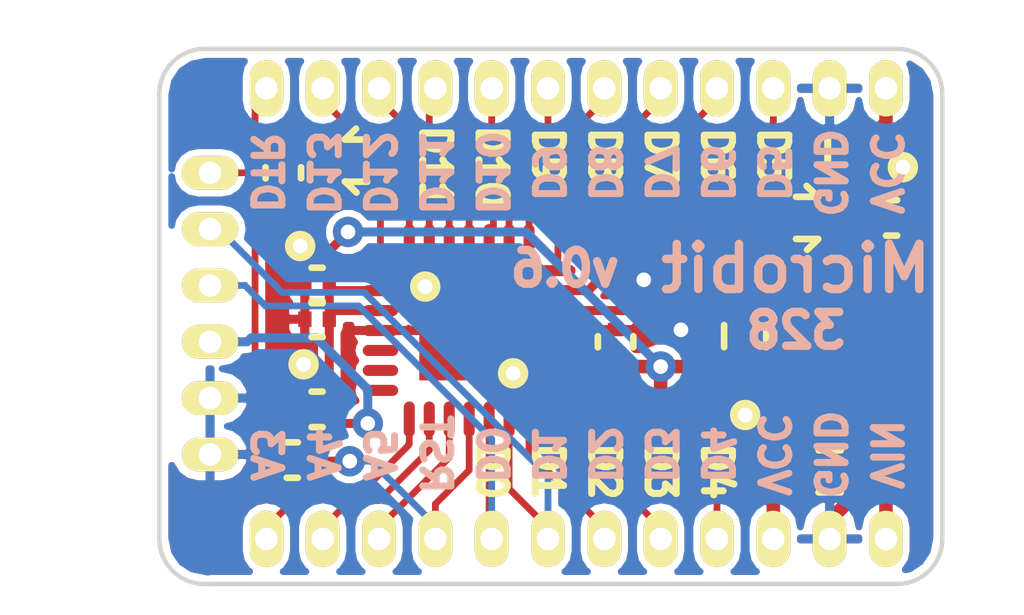
<source format=kicad_pcb>
(kicad_pcb (version 20241229) (generator "pcbnew") (generator_version "9.0")
  (layers (0 "F.Cu" signal) (2 "B.Cu" signal) (13 "F.Paste" user) (15 "B.Paste" user) (5 "F.SilkS" user) (7 "B.SilkS" user) (1 "F.Mask" user) (3 "B.Mask" user) (25 "Edge.Cuts" user))
  (net 0 "")
  (net 1 "+5V")
  (net 2 "GND")
  (net 3 "Net-(C4-Pad1)")
  (net 4 "Net-(C6-Pad1)")
  (net 5 "Net-(C6-Pad2)")
  (net 6 "Net-(D1-Pad2)")
  (net 7 "Net-(J1-Pad3)")
  (net 8 "Net-(J1-Pad4)")
  (net 9 "Net-(J1-Pad5)")
  (net 10 "Net-(J1-Pad6)")
  (net 11 "Net-(J1-Pad7)")
  (net 12 "Net-(J1-Pad8)")
  (net 13 "Net-(J1-Pad9)")
  (net 14 "Net-(J1-Pad10)")
  (net 15 "Net-(J2-Pad1)")
  (net 16 "Net-(J2-Pad2)")
  (net 17 "Net-(J2-Pad3)")
  (net 18 "Net-(J2-Pad5)")
  (net 19 "Net-(J2-Pad6)")
  (net 20 "Net-(J2-Pad7)")
  (net 21 "Net-(J2-Pad8)")
  (net 22 "Net-(J2-Pad9)")
  (net 23 "Net-(Q1-Pad1)")
  (net 24 "Net-(Q1-Pad3)")
  (net 25 "Net-(U1-Pad19)")
  (net 26 "Net-(U1-Pad20)")
  (net 27 "Net-(U1-Pad21)")
  (net 28 "Net-(U2-Pad4)")
  (net 29 "Net-(D2-Pad1)")
  (net 30 "Net-(D2-Pad2)")
  (footprint "custom:Header_50mil_12" (layer "F.Cu") (at 112.776 117.475)
    (property "Reference" "J1" (hide yes))
    (property "Value" "MB_Header_12_A" (hide yes))
    (pad "1" thru_hole oval (at -6.985 0) (size 0.762 1.27) (drill 0.508) (layers "*.Cu" "*.Mask" "F.SilkS") (net 5 "Net-(C6-Pad2)"))
    (pad "2" thru_hole oval (at -5.715 0) (size 0.762 1.27) (drill 0.508) (layers "*.Cu" "*.Mask" "F.SilkS") (net 29 "Net-(D2-Pad1)"))
    (pad "3" thru_hole oval (at -4.445 0) (size 0.762 1.27) (drill 0.508) (layers "*.Cu" "*.Mask" "F.SilkS") (net 7 "Net-(J1-Pad3)"))
    (pad "4" thru_hole oval (at -3.175 0) (size 0.762 1.27) (drill 0.508) (layers "*.Cu" "*.Mask" "F.SilkS") (net 8 "Net-(J1-Pad4)"))
    (pad "5" thru_hole oval (at -1.905 0) (size 0.762 1.27) (drill 0.508) (layers "*.Cu" "*.Mask" "F.SilkS") (net 9 "Net-(J1-Pad5)"))
    (pad "6" thru_hole oval (at -0.635 0) (size 0.762 1.27) (drill 0.508) (layers "*.Cu" "*.Mask" "F.SilkS") (net 10 "Net-(J1-Pad6)"))
    (pad "7" thru_hole oval (at 0.635 0) (size 0.762 1.27) (drill 0.508) (layers "*.Cu" "*.Mask" "F.SilkS") (net 11 "Net-(J1-Pad7)"))
    (pad "8" thru_hole oval (at 1.905 0) (size 0.762 1.27) (drill 0.508) (layers "*.Cu" "*.Mask" "F.SilkS") (net 12 "Net-(J1-Pad8)"))
    (pad "9" thru_hole oval (at 3.175 0) (size 0.762 1.27) (drill 0.508) (layers "*.Cu" "*.Mask" "F.SilkS") (net 13 "Net-(J1-Pad9)"))
    (pad "10" thru_hole oval (at 4.445 0) (size 0.762 1.27) (drill 0.508) (layers "*.Cu" "*.Mask" "F.SilkS") (net 14 "Net-(J1-Pad10)"))
    (pad "11" thru_hole oval (at 5.715 0) (size 0.762 1.27) (drill 0.508) (layers "*.Cu" "*.Mask" "F.SilkS") (net 2 "GND"))
    (pad "12" thru_hole oval (at 6.985 0) (size 0.762 1.27) (drill 0.508) (layers "*.Cu" "*.Mask" "F.SilkS") (net 1 "+5V"))
  )
  (footprint "custom:Header_50mil_12" (layer "F.Cu") (at 112.776 127.635)
    (property "Reference" "J2" (hide yes))
    (property "Value" "MB_Header_12_B" (hide yes))
    (pad "1" thru_hole oval (at -6.985 0) (size 0.762 1.27) (drill 0.508) (layers "*.Cu" "*.Mask" "F.SilkS") (net 15 "Net-(J2-Pad1)"))
    (pad "2" thru_hole oval (at -5.715 0) (size 0.762 1.27) (drill 0.508) (layers "*.Cu" "*.Mask" "F.SilkS") (net 16 "Net-(J2-Pad2)"))
    (pad "3" thru_hole oval (at -4.445 0) (size 0.762 1.27) (drill 0.508) (layers "*.Cu" "*.Mask" "F.SilkS") (net 17 "Net-(J2-Pad3)"))
    (pad "4" thru_hole oval (at -3.175 0) (size 0.762 1.27) (drill 0.508) (layers "*.Cu" "*.Mask" "F.SilkS") (net 4 "Net-(C6-Pad1)"))
    (pad "5" thru_hole oval (at -1.905 0) (size 0.762 1.27) (drill 0.508) (layers "*.Cu" "*.Mask" "F.SilkS") (net 18 "Net-(J2-Pad5)"))
    (pad "6" thru_hole oval (at -0.635 0) (size 0.762 1.27) (drill 0.508) (layers "*.Cu" "*.Mask" "F.SilkS") (net 19 "Net-(J2-Pad6)"))
    (pad "7" thru_hole oval (at 0.635 0) (size 0.762 1.27) (drill 0.508) (layers "*.Cu" "*.Mask" "F.SilkS") (net 20 "Net-(J2-Pad7)"))
    (pad "8" thru_hole oval (at 1.905 0) (size 0.762 1.27) (drill 0.508) (layers "*.Cu" "*.Mask" "F.SilkS") (net 21 "Net-(J2-Pad8)"))
    (pad "9" thru_hole oval (at 3.175 0) (size 0.762 1.27) (drill 0.508) (layers "*.Cu" "*.Mask" "F.SilkS") (net 22 "Net-(J2-Pad9)"))
    (pad "10" thru_hole oval (at 4.445 0) (size 0.762 1.27) (drill 0.508) (layers "*.Cu" "*.Mask" "F.SilkS") (net 1 "+5V"))
    (pad "11" thru_hole oval (at 5.715 0) (size 0.762 1.27) (drill 0.508) (layers "*.Cu" "*.Mask" "F.SilkS") (net 2 "GND"))
    (pad "12" thru_hole oval (at 6.985 0) (size 0.762 1.27) (drill 0.508) (layers "*.Cu" "*.Mask" "F.SilkS") (net 3 "Net-(C4-Pad1)"))
  )
  (footprint "custom:CSTCE16M0V53-R0" (layer "F.Cu") (at 114.808 120.523 180)
    (property "Reference" "Q1" (hide yes))
    (property "Value" "16MHz" (hide yes))
    (pad "1" smd rect (at -1.2 0 180) (size 0.5 1.5) (layers "F.Cu" "F.Mask" "F.Paste") (net 23 "Net-(Q1-Pad1)"))
    (pad "2" smd rect (at 0 0 180) (size 0.5 1.5) (layers "F.Cu" "F.Mask" "F.Paste") (net 2 "GND"))
    (pad "3" smd rect (at 1.2 0 180) (size 0.5 1.5) (layers "F.Cu" "F.Mask" "F.Paste") (net 24 "Net-(Q1-Pad3)"))
  )
  (footprint "custom:Atmega328p_MMHR" (layer "F.Cu") (at 110.363 122.936 180)
    (property "Reference" "U1" (hide yes))
    (property "Value" "")
    (pad "1" smd oval (at -2 -1.35 180) (size 0.8 0.25) (layers "F.Cu" "F.Mask" "F.Paste") (net 21 "Net-(J2-Pad8)"))
    (pad "2" smd oval (at -2 -0.9 180) (size 0.8 0.25) (layers "F.Cu" "F.Mask" "F.Paste") (net 22 "Net-(J2-Pad9)"))
    (pad "3" smd oval (at -2 -0.45 180) (size 0.8 0.25) (layers "F.Cu" "F.Mask" "F.Paste") (net 1 "+5V"))
    (pad "4" smd oval (at -2 0 180) (size 0.8 0.25) (layers "F.Cu" "F.Mask" "F.Paste") (net 2 "GND"))
    (pad "5" smd oval (at -2 0.45 180) (size 0.8 0.25) (layers "F.Cu" "F.Mask" "F.Paste") (net 23 "Net-(Q1-Pad1)"))
    (pad "6" smd oval (at -2 0.9 180) (size 0.8 0.25) (layers "F.Cu" "F.Mask" "F.Paste") (net 24 "Net-(Q1-Pad3)"))
    (pad "7" smd oval (at -2 1.35 180) (size 0.8 0.25) (layers "F.Cu" "F.Mask" "F.Paste") (net 14 "Net-(J1-Pad10)"))
    (pad "8" smd oval (at -1.35 2 180) (size 0.25 0.8) (layers "F.Cu" "F.Mask" "F.Paste") (net 13 "Net-(J1-Pad9)"))
    (pad "9" smd oval (at -0.9 2 180) (size 0.25 0.8) (layers "F.Cu" "F.Mask" "F.Paste") (net 12 "Net-(J1-Pad8)"))
    (pad "10" smd oval (at -0.45 2 180) (size 0.25 0.8) (layers "F.Cu" "F.Mask" "F.Paste") (net 11 "Net-(J1-Pad7)"))
    (pad "11" smd oval (at 0 2 180) (size 0.25 0.8) (layers "F.Cu" "F.Mask" "F.Paste") (net 10 "Net-(J1-Pad6)"))
    (pad "12" smd oval (at 0.45 2 180) (size 0.25 0.8) (layers "F.Cu" "F.Mask" "F.Paste") (net 9 "Net-(J1-Pad5)"))
    (pad "13" smd oval (at 0.9 2 180) (size 0.25 0.8) (layers "F.Cu" "F.Mask" "F.Paste") (net 8 "Net-(J1-Pad4)"))
    (pad "14" smd oval (at 1.35 2 180) (size 0.25 0.8) (layers "F.Cu" "F.Mask" "F.Paste") (net 7 "Net-(J1-Pad3)"))
    (pad "15" smd oval (at 2 1.35 180) (size 0.8 0.25) (layers "F.Cu" "F.Mask" "F.Paste") (net 29 "Net-(D2-Pad1)"))
    (pad "16" smd oval (at 2 0.9 180) (size 0.8 0.25) (layers "F.Cu" "F.Mask" "F.Paste") (net 1 "+5V"))
    (pad "17" smd oval (at 2 0.45 180) (size 0.8 0.25) (layers "F.Cu" "F.Mask" "F.Paste") (net 1 "+5V"))
    (pad "18" smd oval (at 2 0 180) (size 0.8 0.25) (layers "F.Cu" "F.Mask" "F.Paste") (net 2 "GND"))
    (pad "19" smd oval (at 2 -0.45 180) (size 0.8 0.25) (layers "F.Cu" "F.Mask" "F.Paste") (net 25 "Net-(U1-Pad19)"))
    (pad "20" smd oval (at 2 -0.9 180) (size 0.8 0.25) (layers "F.Cu" "F.Mask" "F.Paste") (net 26 "Net-(U1-Pad20)"))
    (pad "21" smd oval (at 2 -1.35 180) (size 0.8 0.25) (layers "F.Cu" "F.Mask" "F.Paste") (net 27 "Net-(U1-Pad21)"))
    (pad "22" smd oval (at 1.35 -2 180) (size 0.25 0.8) (layers "F.Cu" "F.Mask" "F.Paste") (net 15 "Net-(J2-Pad1)"))
    (pad "23" smd oval (at 0.9 -2 180) (size 0.25 0.8) (layers "F.Cu" "F.Mask" "F.Paste") (net 16 "Net-(J2-Pad2)"))
    (pad "24" smd oval (at 0.45 -2 180) (size 0.25 0.8) (layers "F.Cu" "F.Mask" "F.Paste") (net 17 "Net-(J2-Pad3)"))
    (pad "25" smd oval (at 0 -2 180) (size 0.25 0.8) (layers "F.Cu" "F.Mask" "F.Paste") (net 4 "Net-(C6-Pad1)"))
    (pad "26" smd oval (at -0.45 -2 180) (size 0.25 0.8) (layers "F.Cu" "F.Mask" "F.Paste") (net 18 "Net-(J2-Pad5)"))
    (pad "27" smd oval (at -0.9 -2 180) (size 0.25 0.8) (layers "F.Cu" "F.Mask" "F.Paste") (net 19 "Net-(J2-Pad6)"))
    (pad "28" smd oval (at -1.35 -2 180) (size 0.25 0.8) (layers "F.Cu" "F.Mask" "F.Paste") (net 20 "Net-(J2-Pad7)"))
    (pad "29" smd rect (at 0 0 180) (size 2.25 2.25) (layers "F.Cu" "F.Mask") (net 2 "GND"))
  )
  (footprint "custom:LP2985-50DBVR" (layer "F.Cu") (at 118.999 123.317)
    (property "Reference" "U2" (hide yes))
    (property "Value" "LP2985-50DBVR" (hide yes))
    (pad "1" smd rect (at -0.97 1.3) (size 0.55 1) (layers "F.Cu" "F.Mask" "F.Paste") (net 3 "Net-(C4-Pad1)"))
    (pad "2" smd rect (at -0.02 1.3) (size 0.55 1) (layers "F.Cu" "F.Mask" "F.Paste") (net 2 "GND"))
    (pad "3" smd rect (at 0.93 1.3) (size 0.55 1) (layers "F.Cu" "F.Mask" "F.Paste") (net 3 "Net-(C4-Pad1)"))
    (pad "4" smd rect (at 0.93 -1.4) (size 0.55 1) (layers "F.Cu" "F.Mask" "F.Paste") (net 28 "Net-(U2-Pad4)"))
    (pad "5" smd rect (at -0.97 -1.4) (size 0.55 1) (layers "F.Cu" "F.Mask" "F.Paste") (net 1 "+5V"))
  )
  (footprint "custom:LED_0402" (layer "F.Cu") (at 117.983 120.396)
    (property "Reference" "D1" (hide yes))
    (property "Value" "RED")
    (fp_line (start -0.25 0.475) (end 0.25 0.475) (stroke (width 0.15)) (layer "F.SilkS"))
    (fp_line (start 0.25 -0.475) (end -0.25 -0.475) (stroke (width 0.15)) (layer "F.SilkS"))
    (fp_line (start 0.25 -0.47) (end -0.01 -0.72) (stroke (width 0.15)) (layer "F.SilkS"))
    (fp_line (start 0.25 0.48) (end 0 0.72) (stroke (width 0.15)) (layer "F.SilkS"))
    (pad "1" smd rect (at -0.55 0) (size 0.6 0.5) (layers "F.Cu" "F.Mask" "F.Paste") (net 1 "+5V"))
    (pad "2" smd rect (at 0.55 0) (size 0.6 0.5) (layers "F.Cu" "F.Mask" "F.Paste") (net 6 "Net-(D1-Pad2)"))
  )
  (footprint "Capacitors_SMD:C_0201" (layer "F.Cu") (at 106.934 121.92 180)
    (property "Reference" "C2" (hide yes))
    (property "Value" "0.1uF")
    (fp_line (start 0.125 0.4) (end -0.125 0.4) (stroke (width 0.15)) (layer "F.SilkS"))
    (fp_line (start -0.125 -0.4) (end 0.125 -0.4) (stroke (width 0.15)) (layer "F.SilkS"))
    (pad "1" smd rect (at -0.275 0 180) (size 0.3 0.35) (layers "F.Cu" "F.Mask" "F.Paste") (net 1 "+5V"))
    (pad "2" smd rect (at 0.275 0 180) (size 0.3 0.35) (layers "F.Cu" "F.Mask" "F.Paste") (net 2 "GND"))
  )
  (footprint "Capacitors_SMD:C_0201" (layer "F.Cu") (at 113.665 123.19 90)
    (property "Reference" "C3" (hide yes))
    (property "Value" "0.1uF")
    (fp_line (start -0.125 -0.4) (end 0.125 -0.4) (stroke (width 0.15)) (layer "F.SilkS"))
    (fp_line (start 0.125 0.4) (end -0.125 0.4) (stroke (width 0.15)) (layer "F.SilkS"))
    (pad "1" smd rect (at -0.275 0 90) (size 0.3 0.35) (layers "F.Cu" "F.Mask" "F.Paste") (net 1 "+5V"))
    (pad "2" smd rect (at 0.275 0 90) (size 0.3 0.35) (layers "F.Cu" "F.Mask" "F.Paste") (net 2 "GND"))
  )
  (footprint "Capacitors_SMD:C_0201" (layer "F.Cu") (at 106.3752 125.857 180)
    (property "Reference" "C6" (hide yes))
    (property "Value" "0.1uF")
    (fp_line (start 0.125 0.4) (end -0.125 0.4) (stroke (width 0.15)) (layer "F.SilkS"))
    (fp_line (start -0.125 -0.4) (end 0.125 -0.4) (stroke (width 0.15)) (layer "F.SilkS"))
    (pad "1" smd rect (at -0.275 0 180) (size 0.3 0.35) (layers "F.Cu" "F.Mask" "F.Paste") (net 4 "Net-(C6-Pad1)"))
    (pad "2" smd rect (at 0.275 0 180) (size 0.3 0.35) (layers "F.Cu" "F.Mask" "F.Paste") (net 5 "Net-(C6-Pad2)"))
  )
  (footprint "Capacitors_SMD:C_0201" (layer "F.Cu") (at 119.888 120.396)
    (property "Reference" "R1" (hide yes))
    (property "Value" "2.7k")
    (fp_line (start -0.125 -0.4) (end 0.125 -0.4) (stroke (width 0.15)) (layer "F.SilkS"))
    (fp_line (start 0.125 0.4) (end -0.125 0.4) (stroke (width 0.15)) (layer "F.SilkS"))
    (pad "1" smd rect (at -0.275 0) (size 0.3 0.35) (layers "F.Cu" "F.Mask" "F.Paste") (net 6 "Net-(D1-Pad2)"))
    (pad "2" smd rect (at 0.275 0) (size 0.3 0.35) (layers "F.Cu" "F.Mask" "F.Paste") (net 2 "GND"))
  )
  (footprint "Capacitors_SMD:C_0201" (layer "F.Cu") (at 106.934 124.714)
    (property "Reference" "R2" (hide yes))
    (property "Value" "10k")
    (fp_line (start -0.125 -0.4) (end 0.125 -0.4) (stroke (width 0.15)) (layer "F.SilkS"))
    (fp_line (start 0.125 0.4) (end -0.125 0.4) (stroke (width 0.15)) (layer "F.SilkS"))
    (pad "1" smd rect (at -0.275 0) (size 0.3 0.35) (layers "F.Cu" "F.Mask" "F.Paste") (net 4 "Net-(C6-Pad1)"))
    (pad "2" smd rect (at 0.275 0) (size 0.3 0.35) (layers "F.Cu" "F.Mask" "F.Paste") (net 1 "+5V"))
  )
  (footprint "Capacitors_SMD:C_0201" (layer "F.Cu") (at 106.934 122.682 180)
    (property "Reference" "C1" (hide yes))
    (property "Value" "0.1uF")
    (fp_line (start 0.125 0.4) (end -0.125 0.4) (stroke (width 0.15)) (layer "F.SilkS"))
    (fp_line (start -0.125 -0.4) (end 0.125 -0.4) (stroke (width 0.15)) (layer "F.SilkS"))
    (pad "1" smd rect (at -0.275 0 180) (size 0.3 0.35) (layers "F.Cu" "F.Mask" "F.Paste") (net 1 "+5V"))
    (pad "2" smd rect (at 0.275 0 180) (size 0.3 0.35) (layers "F.Cu" "F.Mask" "F.Paste") (net 2 "GND"))
  )
  (footprint "Capacitors_SMD:C_0402" (layer "F.Cu") (at 118.491 126.111)
    (property "Reference" "C4" (hide yes))
    (property "Value" "1uF")
    (fp_line (start -0.25 0.475) (end 0.25 0.475) (stroke (width 0.15)) (layer "F.SilkS"))
    (fp_line (start 0.25 -0.475) (end -0.25 -0.475) (stroke (width 0.15)) (layer "F.SilkS"))
    (pad "1" smd rect (at -0.55 0) (size 0.6 0.5) (layers "F.Cu" "F.Mask" "F.Paste") (net 3 "Net-(C4-Pad1)"))
    (pad "2" smd rect (at 0.55 0) (size 0.6 0.5) (layers "F.Cu" "F.Mask" "F.Paste") (net 2 "GND"))
  )
  (footprint "Capacitors_SMD:C_0402" (layer "F.Cu") (at 116.586 123.063 -90)
    (property "Reference" "C5" (hide yes))
    (property "Value" "2.2uF")
    (fp_line (start -0.25 0.475) (end 0.25 0.475) (stroke (width 0.15)) (layer "F.SilkS"))
    (fp_line (start 0.25 -0.475) (end -0.25 -0.475) (stroke (width 0.15)) (layer "F.SilkS"))
    (pad "1" smd rect (at -0.55 0 270) (size 0.6 0.5) (layers "F.Cu" "F.Mask" "F.Paste") (net 1 "+5V"))
    (pad "2" smd rect (at 0.55 0 270) (size 0.6 0.5) (layers "F.Cu" "F.Mask" "F.Paste") (net 2 "GND"))
  )
  (footprint "custom:STICHING_VIA" (layer "F.Cu") (at 120.142 119.253)
    (property "Reference" "STICHING_VIA11" (hide yes))
    (property "Value" "VAL**" (hide yes))
    (pad "1" thru_hole circle (at 0 0) (size 0.6858 0.6858) (drill 0.3302) (layers "*.Cu" "*.Mask" "F.SilkS") (net 2 "GND"))
  )
  (footprint "custom:STICHING_VIA" (layer "F.Cu") (at 111.3536 123.9012)
    (property "Reference" "STICHING_VIA22" (hide yes))
    (property "Value" "VAL**" (hide yes))
    (pad "1" thru_hole circle (at 0 0) (size 0.6858 0.6858) (drill 0.3302) (layers "*.Cu" "*.Mask" "F.SilkS") (net 2 "GND"))
  )
  (footprint "custom:STICHING_VIA" (layer "F.Cu") (at 116.586 124.841)
    (property "Reference" "STICHING_VIA13" (hide yes))
    (property "Value" "VAL**" (hide yes))
    (pad "1" thru_hole circle (at 0 0) (size 0.6858 0.6858) (drill 0.3302) (layers "*.Cu" "*.Mask" "F.SilkS") (net 2 "GND"))
  )
  (footprint "custom:STICHING_VIA" (layer "F.Cu") (at 109.3724 121.9454)
    (property "Reference" "STICHING_VIA23" (hide yes))
    (property "Value" "VAL**" (hide yes))
    (pad "1" thru_hole circle (at 0 0) (size 0.6858 0.6858) (drill 0.3302) (layers "*.Cu" "*.Mask" "F.SilkS") (net 2 "GND"))
  )
  (footprint "custom:STICHING_VIA" (layer "F.Cu") (at 106.6292 123.698)
    (property "Reference" "STICHING_VIA14" (hide yes))
    (property "Value" "VAL**" (hide yes))
    (pad "1" thru_hole circle (at 0 0) (size 0.6858 0.6858) (drill 0.3302) (layers "*.Cu" "*.Mask" "F.SilkS") (net 2 "GND"))
  )
  (footprint "custom:STICHING_VIA" (layer "F.Cu") (at 106.553 121.031)
    (property "Reference" "STICHING_VIA15" (hide yes))
    (property "Value" "VAL**" (hide yes))
    (pad "1" thru_hole circle (at 0 0) (size 0.6858 0.6858) (drill 0.3302) (layers "*.Cu" "*.Mask" "F.SilkS") (net 2 "GND"))
  )
  (footprint "custom:LED_0402" (layer "F.Cu") (at 107.81284 119.10568 180)
    (property "Reference" "D2" (hide yes))
    (property "Value" "BLUE")
    (fp_line (start 0.25 0.48) (end 0 0.72) (stroke (width 0.15)) (layer "F.SilkS"))
    (fp_line (start 0.25 -0.47) (end -0.01 -0.72) (stroke (width 0.15)) (layer "F.SilkS"))
    (fp_line (start 0.25 -0.475) (end -0.25 -0.475) (stroke (width 0.15)) (layer "F.SilkS"))
    (fp_line (start -0.25 0.475) (end 0.25 0.475) (stroke (width 0.15)) (layer "F.SilkS"))
    (pad "1" smd rect (at -0.55 0 180) (size 0.6 0.5) (layers "F.Cu" "F.Mask" "F.Paste") (net 29 "Net-(D2-Pad1)"))
    (pad "2" smd rect (at 0.55 0 180) (size 0.6 0.5) (layers "F.Cu" "F.Mask" "F.Paste") (net 30 "Net-(D2-Pad2)"))
  )
  (footprint "Capacitors_SMD:C_0201" (layer "F.Cu") (at 106.172 119.38 -90)
    (property "Reference" "R3" (hide yes))
    (property "Value" "2.7k")
    (fp_line (start 0.125 0.4) (end -0.125 0.4) (stroke (width 0.15)) (layer "F.SilkS"))
    (fp_line (start -0.125 -0.4) (end 0.125 -0.4) (stroke (width 0.15)) (layer "F.SilkS"))
    (pad "1" smd rect (at -0.275 0 270) (size 0.3 0.35) (layers "F.Cu" "F.Mask" "F.Paste") (net 30 "Net-(D2-Pad2)"))
    (pad "2" smd rect (at 0.275 0 270) (size 0.3 0.35) (layers "F.Cu" "F.Mask" "F.Paste") (net 2 "GND"))
  )
  (footprint "custom:Header_50mil_6" (layer "F.Cu") (at 104.521 122.555 90)
    (property "Reference" "J3" (hide yes))
    (property "Value" "FTDI" (hide yes))
    (pad "1" thru_hole oval (at -3.175 0 90) (size 0.762 1.27) (drill 0.508) (layers "*.Cu" "*.Mask" "F.SilkS") (net 2 "GND"))
    (pad "2" thru_hole oval (at -1.905 0 90) (size 0.762 1.27) (drill 0.508) (layers "*.Cu" "*.Mask" "F.SilkS") (net 2 "GND"))
    (pad "3" thru_hole oval (at -0.635 0 90) (size 0.762 1.27) (drill 0.508) (layers "*.Cu" "*.Mask" "F.SilkS") (net 1 "+5V"))
    (pad "4" thru_hole oval (at 0.635 0 90) (size 0.762 1.27) (drill 0.508) (layers "*.Cu" "*.Mask" "F.SilkS") (net 18 "Net-(J2-Pad5)"))
    (pad "5" thru_hole oval (at 1.905 0 90) (size 0.762 1.27) (drill 0.508) (layers "*.Cu" "*.Mask" "F.SilkS") (net 19 "Net-(J2-Pad6)"))
    (pad "6" thru_hole oval (at 3.175 0 90) (size 0.762 1.27) (drill 0.508) (layers "*.Cu" "*.Mask" "F.SilkS") (net 5 "Net-(C6-Pad2)"))
  )
  (gr_arc (start 120.015 116.586) (mid 120.73342 116.88358) (end 121.031 117.602) (stroke (width 0.1)) (layer "Edge.Cuts"))
  (gr_line (start 104.394 128.651) (end 104.521 128.651) (stroke (width 0.1)) (layer "Edge.Cuts"))
  (gr_line (start 103.378 127.635) (end 103.378 117.602) (stroke (width 0.1)) (layer "Edge.Cuts"))
  (gr_line (start 104.394 116.586) (end 120.015 116.586) (stroke (width 0.1)) (layer "Edge.Cuts"))
  (gr_arc (start 121.031 127.635) (mid 120.73342 128.35342) (end 120.015 128.651) (stroke (width 0.1)) (layer "Edge.Cuts"))
  (gr_arc (start 103.378 117.602) (mid 103.67558 116.88358) (end 104.394 116.586) (stroke (width 0.1)) (layer "Edge.Cuts"))
  (gr_arc (start 104.394 128.651) (mid 103.67558 128.35342) (end 103.378 127.635) (stroke (width 0.1)) (layer "Edge.Cuts"))
  (gr_line (start 121.031 117.602) (end 121.031 127.635) (stroke (width 0.1)) (layer "Edge.Cuts"))
  (gr_line (start 120.015 128.651) (end 104.521 128.651) (stroke (width 0.1)) (layer "Edge.Cuts"))
  (gr_text "D7" (at 114.681 118.999 270) (layer "F.SilkS") (effects (font (size 0.635 0.635) (thickness 0.15875))))
  (gr_text "D2" (at 113.411 126.111 270) (layer "F.SilkS") (effects (font (size 0.635 0.635) (thickness 0.15875))))
  (gr_text "D3" (at 114.681 126.111 270) (layer "F.SilkS") (effects (font (size 0.635 0.635) (thickness 0.15875))))
  (gr_text "D6" (at 115.951 118.999 270) (layer "F.SilkS") (effects (font (size 0.635 0.635) (thickness 0.15875))))
  (gr_text "D1" (at 112.141 126.111 270) (layer "F.SilkS") (effects (font (size 0.635 0.635) (thickness 0.15875))))
  (gr_text "D10" (at 110.871 119.253 270) (layer "F.SilkS") (effects (font (size 0.635 0.635) (thickness 0.15875))))
  (gr_text "-\n" (at 118.491 118.872 270) (layer "F.SilkS") (effects (font (size 0.635 0.635) (thickness 0.15875))))
  (gr_text "D11" (at 109.601 119.253 270) (layer "F.SilkS") (effects (font (size 0.635 0.635) (thickness 0.15875))))
  (gr_text "D5\n" (at 117.221 118.999 270) (layer "F.SilkS") (effects (font (size 0.635 0.635) (thickness 0.15875))))
  (gr_text "D8" (at 113.411 118.999 270) (layer "F.SilkS") (effects (font (size 0.635 0.635) (thickness 0.15875))))
  (gr_text "D4" (at 115.951 126.111 270) (layer "F.SilkS") (effects (font (size 0.635 0.635) (thickness 0.15875))))
  (gr_text "D9" (at 112.141 118.999 270) (layer "F.SilkS") (effects (font (size 0.635 0.635) (thickness 0.15875))))
  (gr_text "D0" (at 110.871 126.111 270) (layer "F.SilkS") (effects (font (size 0.635 0.635) (thickness 0.15875))))
  (gr_text "GND\n" (at 118.491 119.38 270) (layer "B.SilkS") (effects (font (size 0.635 0.635) (thickness 0.15875)) (justify mirror)))
  (gr_text "D10\n" (at 110.871 119.38 270) (layer "B.SilkS") (effects (font (size 0.635 0.635) (thickness 0.15875)) (justify mirror)))
  (gr_text "v0.6" (at 112.522 121.539 0) (layer "B.SilkS") (effects (font (size 0.762 0.762) (thickness 0.1905)) (justify mirror)))
  (gr_text "VCC" (at 119.761 119.38 270) (layer "B.SilkS") (effects (font (size 0.635 0.635) (thickness 0.15875)) (justify mirror)))
  (gr_text "D2\n" (at 113.411 125.73 270) (layer "B.SilkS") (effects (font (size 0.635 0.635) (thickness 0.15875)) (justify mirror)))
  (gr_text "D4\n" (at 115.951 125.73 270) (layer "B.SilkS") (effects (font (size 0.635 0.635) (thickness 0.15875)) (justify mirror)))
  (gr_text "D3\n" (at 114.681 125.73 270) (layer "B.SilkS") (effects (font (size 0.635 0.635) (thickness 0.15875)) (justify mirror)))
  (gr_text "Microbit" (at 117.729 121.539 0) (layer "B.SilkS") (effects (font (size 1.016 1.016) (thickness 0.1905)) (justify mirror)))
  (gr_text "A5" (at 108.331 125.73 270) (layer "B.SilkS") (effects (font (size 0.635 0.635) (thickness 0.15875)) (justify mirror)))
  (gr_text "RST" (at 109.601 125.73 270) (layer "B.SilkS") (effects (font (size 0.635 0.635) (thickness 0.15875)) (justify mirror)))
  (gr_text "D8" (at 113.411 119.38 270) (layer "B.SilkS") (effects (font (size 0.635 0.635) (thickness 0.15875)) (justify mirror)))
  (gr_text "D7\n" (at 114.681 119.38 270) (layer "B.SilkS") (effects (font (size 0.635 0.635) (thickness 0.15875)) (justify mirror)))
  (gr_text "D6\n" (at 115.951 119.38 270) (layer "B.SilkS") (effects (font (size 0.635 0.635) (thickness 0.15875)) (justify mirror)))
  (gr_text "VCC" (at 117.221 125.73 270) (layer "B.SilkS") (effects (font (size 0.635 0.635) (thickness 0.15875)) (justify mirror)))
  (gr_text "D12" (at 108.331 119.38 270) (layer "B.SilkS") (effects (font (size 0.635 0.635) (thickness 0.15875)) (justify mirror)))
  (gr_text "DTR\n" (at 105.791 119.38 270) (layer "B.SilkS") (effects (font (size 0.635 0.635) (thickness 0.15875)) (justify mirror)))
  (gr_text "D9" (at 112.141 119.38 270) (layer "B.SilkS") (effects (font (size 0.635 0.635) (thickness 0.15875)) (justify mirror)))
  (gr_text "A3\n" (at 105.791 125.73 270) (layer "B.SilkS") (effects (font (size 0.635 0.635) (thickness 0.15875)) (justify mirror)))
  (gr_text "GND" (at 118.491 125.73 270) (layer "B.SilkS") (effects (font (size 0.635 0.635) (thickness 0.15875)) (justify mirror)))
  (gr_text "A4\n" (at 107.061 125.73 270) (layer "B.SilkS") (effects (font (size 0.635 0.635) (thickness 0.15875)) (justify mirror)))
  (gr_text "D1" (at 112.141 125.73 270) (layer "B.SilkS") (effects (font (size 0.635 0.635) (thickness 0.15875)) (justify mirror)))
  (gr_text "D11" (at 109.601 119.38 270) (layer "B.SilkS") (effects (font (size 0.635 0.635) (thickness 0.15875)) (justify mirror)))
  (gr_text "VIN\n" (at 119.761 125.73 270) (layer "B.SilkS") (effects (font (size 0.635 0.635) (thickness 0.15875)) (justify mirror)))
  (gr_text "D5" (at 117.221 119.38 270) (layer "B.SilkS") (effects (font (size 0.635 0.635) (thickness 0.15875)) (justify mirror)))
  (gr_text "D0\n" (at 110.871 125.73 270) (layer "B.SilkS") (effects (font (size 0.635 0.635) (thickness 0.15875)) (justify mirror)))
  (gr_text "328" (at 117.729 122.936 0) (layer "B.SilkS") (effects (font (size 0.762 0.762) (thickness 0.1905)) (justify mirror)))
  (gr_text "D13" (at 107.061 119.38 270) (layer "B.SilkS") (effects (font (size 0.635 0.635) (thickness 0.15875)) (justify mirror)))
  (segment (start 116.488601 122.513) (end 115.252801 123.7488) (width 0.3048) (layer "F.Cu") (net 1))
  (segment (start 107.209 121.92) (end 107.209 121.137) (width 0.2032) (layer "F.Cu") (net 1))
  (segment (start 107.5265 125.0315) (end 107.209 124.714) (width 0.2032) (layer "F.Cu") (net 1))
  (segment (start 114.681 124.287666) (end 114.681 123.7488) (width 0.3048) (layer "F.Cu") (net 1))
  (segment (start 118.029 121.692) (end 118.029 121.917) (width 0.2032) (layer "F.Cu") (net 1))
  (segment (start 107.209 121.92) (end 107.325 122.036) (width 0.2032) (layer "F.Cu") (net 1))
  (segment (start 107.221067 122.546593) (end 107.28166 122.486) (width 0.2032) (layer "F.Cu") (net 1))
  (segment (start 117.433 122.513) (end 118.029 121.917) (width 0.3048) (layer "F.Cu") (net 1))
  (segment (start 118.036819 118.640399) (end 119.372963 118.640399) (width 0.3048) (layer "F.Cu") (net 1))
  (segment (start 107.209 122.682) (end 107.221067 122.669933) (width 0.2032) (layer "F.Cu") (net 1))
  (segment (start 116.586 122.513) (end 116.488601 122.513) (width 0.3048) (layer "F.Cu") (net 1))
  (segment (start 117.433 120.396) (end 117.433 119.244218) (width 0.3048) (layer "F.Cu") (net 1))
  (segment (start 116.586 122.513) (end 117.433 122.513) (width 0.3048) (layer "F.Cu") (net 1))
  (segment (start 118.029 121.917) (end 118.029 121.712) (width 0.3048) (layer "F.Cu") (net 1))
  (segment (start 107.209 122.682) (end 107.209 123.0602) (width 0.2032) (layer "F.Cu") (net 1))
  (segment (start 117.433 119.244218) (end 118.036819 118.640399) (width 0.3048) (layer "F.Cu") (net 1))
  (segment (start 113.586 123.386) (end 113.665 123.465) (width 0.1524) (layer "F.Cu") (net 1))
  (segment (start 119.761 118.252362) (end 119.761 117.475) (width 0.3048) (layer "F.Cu") (net 1))
  (segment (start 114.681 123.7488) (end 113.9488 123.7488) (width 0.3048) (layer "F.Cu") (net 1))
  (segment (start 114.681 124.287666) (end 117.221 126.827666) (width 0.3048) (layer "F.Cu") (net 1))
  (segment (start 112.363 123.386) (end 113.586 123.386) (width 0.1524) (layer "F.Cu") (net 1))
  (segment (start 107.325 122.036) (end 108.363 122.036) (width 0.2032) (layer "F.Cu") (net 1))
  (segment (start 118.029 121.712) (end 117.433 121.116) (width 0.3048) (layer "F.Cu") (net 1))
  (segment (start 107.209 121.92) (end 107.209 122.682) (width 0.2032) (layer "F.Cu") (net 1))
  (segment (start 117.221 126.827666) (end 117.221 127.635) (width 0.3048) (layer "F.Cu") (net 1))
  (segment (start 107.28166 122.486) (end 108.363 122.486) (width 0.2032) (layer "F.Cu") (net 1))
  (segment (start 113.9488 123.7488) (end 113.665 123.465) (width 0.3048) (layer "F.Cu") (net 1))
  (segment (start 117.433 121.116) (end 117.433 120.396) (width 0.3048) (layer "F.Cu") (net 1))
  (segment (start 108.077 125.0315) (end 107.5265 125.0315) (width 0.2032) (layer "F.Cu") (net 1))
  (segment (start 107.209 121.137) (end 107.6325 120.7135) (width 0.2032) (layer "F.Cu") (net 1))
  (segment (start 107.221067 122.669933) (end 107.221067 122.546593) (width 0.2032) (layer "F.Cu") (net 1))
  (segment (start 119.372963 118.640399) (end 119.761 118.252362) (width 0.3048) (layer "F.Cu") (net 1))
  (segment (start 107.209 123.0602) (end 107.209 124.714) (width 0.2032) (layer "F.Cu") (net 1))
  (segment (start 115.252801 123.7488) (end 114.681 123.7488) (width 0.3048) (layer "F.Cu") (net 1))
  (via (at 108.077 125.0315) (size 0.6858) (drill 0.3302) (layers "F.Cu" "B.Cu") (net 1))
  (via (at 107.6325 120.7135) (size 0.6858) (drill 0.3302) (layers "F.Cu" "B.Cu") (net 1))
  (via (at 114.681 123.7488) (size 0.6858) (drill 0.3302) (layers "F.Cu" "B.Cu") (net 1))
  (segment (start 105.3592 123.19) (end 105.448101 123.101099) (width 0.2032) (layer "B.Cu") (net 1))
  (segment (start 104.521 123.19) (end 105.3592 123.19) (width 0.2032) (layer "B.Cu") (net 1))
  (segment (start 108.077 124.262386) (end 108.077 125.0315) (width 0.2032) (layer "B.Cu") (net 1))
  (segment (start 106.915713 123.101099) (end 108.077 124.262386) (width 0.2032) (layer "B.Cu") (net 1))
  (segment (start 107.6325 120.7135) (end 111.6457 120.7135) (width 0.2032) (layer "B.Cu") (net 1))
  (segment (start 111.6457 120.7135) (end 114.681 123.7488) (width 0.2032) (layer "B.Cu") (net 1))
  (segment (start 105.448101 123.101099) (end 106.915713 123.101099) (width 0.2032) (layer "B.Cu") (net 1))
  (segment (start 116.586 124.841) (end 116.586 123.613) (width 0.2032) (layer "F.Cu") (net 2))
  (segment (start 118.491 127.127) (end 118.5798 127.127) (width 0.3048) (layer "F.Cu") (net 2))
  (segment (start 112.363 122.936) (end 111.8106 122.936) (width 0.1524) (layer "F.Cu") (net 2))
  (segment (start 106.659 122.682) (end 106.659 121.92) (width 0.2032) (layer "F.Cu") (net 2))
  (segment (start 111.8106 122.936) (end 110.363 122.936) (width 0.1524) (layer "F.Cu") (net 2))
  (segment (start 112.363 122.936) (end 113.644 122.936) (width 0.1524) (layer "F.Cu") (net 2))
  (segment (start 119.041 126.6658) (end 119.041 126.111) (width 0.3048) (layer "F.Cu") (net 2))
  (segment (start 108.363 122.936) (end 110.363 122.936) (width 0.1524) (layer "F.Cu") (net 2))
  (segment (start 113.665 122.915) (end 115.13244 122.915) (width 0.1524) (layer "F.Cu") (net 2))
  (segment (start 118.979 124.617) (end 118.979 126.049) (width 0.3048) (layer "F.Cu") (net 2))
  (segment (start 106.6292 122.7118) (end 106.659 122.682) (width 0.1524) (layer "F.Cu") (net 2))
  (segment (start 114.808 120.523) (end 114.808 121.285) (width 0.2032) (layer "F.Cu") (net 2))
  (segment (start 115.13244 122.915) (end 115.1382 122.92076) (width 0.1524) (layer "F.Cu") (net 2))
  (segment (start 106.659 121.92) (end 106.659 121.137) (width 0.2032) (layer "F.Cu") (net 2))
  (segment (start 106.659 121.137) (end 106.553 121.031) (width 0.2032) (layer "F.Cu") (net 2))
  (segment (start 113.644 122.936) (end 113.665 122.915) (width 0.1524) (layer "F.Cu") (net 2))
  (segment (start 118.979 126.049) (end 119.041 126.111) (width 0.3048) (layer "F.Cu") (net 2))
  (segment (start 114.808 121.285) (end 114.3 121.793) (width 0.1524) (layer "F.Cu") (net 2))
  (segment (start 106.6292 123.698) (end 106.6292 122.7118) (width 0.1524) (layer "F.Cu") (net 2))
  (segment (start 118.491 127.635) (end 118.491 127.127) (width 0.3048) (layer "F.Cu") (net 2))
  (segment (start 118.5798 127.127) (end 119.041 126.6658) (width 0.3048) (layer "F.Cu") (net 2))
  (via (at 115.1382 122.92076) (size 0.6858) (drill 0.3302) (layers "F.Cu" "B.Cu") (net 2))
  (via (at 114.3 121.793) (size 0.6858) (drill 0.3302) (layers "F.Cu" "B.Cu") (net 2))
  (segment (start 104.521 125.73) (end 104.521 124.46) (width 0.2032) (layer "B.Cu") (net 2))
  (segment (start 104.521 124.46) (end 105.8672 124.46) (width 0.2032) (layer "B.Cu") (net 2))
  (segment (start 105.8672 124.46) (end 106.6292 123.698) (width 0.2032) (layer "B.Cu") (net 2))
  (segment (start 119.527476 123.627771) (end 118.36972 123.627771) (width 0.3048) (layer "F.Cu") (net 3))
  (segment (start 119.929 124.029295) (end 119.527476 123.627771) (width 0.3048) (layer "F.Cu") (net 3))
  (segment (start 119.761 124.785) (end 119.929 124.617) (width 0.3048) (layer "F.Cu") (net 3))
  (segment (start 118.36972 123.627771) (end 117.997296 124.000195) (width 0.3048) (layer "F.Cu") (net 3))
  (segment (start 119.929 124.617) (end 119.929 124.029295) (width 0.3048) (layer "F.Cu") (net 3))
  (segment (start 117.997296 124.585296) (end 118.029 124.617) (width 0.3048) (layer "F.Cu") (net 3))
  (segment (start 119.761 127.635) (end 119.761 124.785) (width 0.3048) (layer "F.Cu") (net 3))
  (segment (start 117.997296 124.000195) (end 117.997296 124.585296) (width 0.3048) (layer "F.Cu") (net 3))
  (segment (start 117.941 124.705) (end 118.029 124.617) (width 0.3048) (layer "F.Cu") (net 3))
  (segment (start 117.941 126.111) (end 117.941 124.705) (width 0.3048) (layer "F.Cu") (net 3))
  (segment (start 110.363 125.4884) (end 110.363 124.936) (width 0.1524) (layer "F.Cu") (net 4))
  (segment (start 109.601 127.635) (end 109.601 126.8476) (width 0.1524) (layer "F.Cu") (net 4))
  (segment (start 106.659 124.714) (end 106.659 125.8482) (width 0.1524) (layer "F.Cu") (net 4))
  (segment (start 107.6452 125.857) (end 107.6706 125.8824) (width 0.1524) (layer "F.Cu") (net 4))
  (segment (start 106.638 124.735) (end 106.659 124.714) (width 0.2032) (layer "F.Cu") (net 4))
  (segment (start 110.363 126.0856) (end 110.363 125.4884) (width 0.1524) (layer "F.Cu") (net 4))
  (segment (start 109.601 126.8476) (end 110.363 126.0856) (width 0.1524) (layer "F.Cu") (net 4))
  (segment (start 106.659 125.8482) (end 106.6502 125.857) (width 0.1524) (layer "F.Cu") (net 4))
  (segment (start 106.6502 125.857) (end 107.6452 125.857) (width 0.1524) (layer "F.Cu") (net 4))
  (via (at 107.6706 125.8824) (size 0.6858) (drill 0.3302) (layers "F.Cu" "B.Cu") (net 4))
  (segment (start 108.155533 125.8824) (end 107.6706 125.8824) (width 0.1524) (layer "B.Cu") (net 4))
  (segment (start 109.601 127.327867) (end 108.155533 125.8824) (width 0.1524) (layer "B.Cu") (net 4))
  (segment (start 109.601 127.635) (end 109.601 127.327867) (width 0.1524) (layer "B.Cu") (net 4))
  (segment (start 109.601 127.635) (end 109.601 127.381) (width 0.2032) (layer "B.Cu") (net 4))
  (segment (start 105.791 117.475) (end 105.535609 117.730391) (width 0.1524) (layer "F.Cu") (net 5))
  (segment (start 105.535609 119.38) (end 105.535609 125.267409) (width 0.1524) (layer "F.Cu") (net 5))
  (segment (start 105.3084 119.38) (end 105.535609 119.38) (width 0.1524) (layer "F.Cu") (net 5))
  (segment (start 105.535609 117.730391) (end 105.535609 119.38) (width 0.1524) (layer "F.Cu") (net 5))
  (segment (start 104.521 119.38) (end 105.3084 119.38) (width 0.1524) (layer "F.Cu") (net 5))
  (segment (start 105.535609 125.267409) (end 106.1002 125.832) (width 0.1524) (layer "F.Cu") (net 5))
  (segment (start 106.1002 125.832) (end 106.1002 125.857) (width 0.1524) (layer "F.Cu") (net 5))
  (segment (start 118.533 120.396) (end 119.38 120.396) (width 0.3048) (layer "F.Cu") (net 6))
  (segment (start 119.38 120.396) (end 119.613 120.396) (width 0.3048) (layer "F.Cu") (net 6))
  (segment (start 109.013 120.936) (end 109.013 118.398623) (width 0.1524) (layer "F.Cu") (net 7))
  (segment (start 109.013 118.398623) (end 108.331 117.716623) (width 0.1524) (layer "F.Cu") (net 7))
  (segment (start 108.331 117.716623) (end 108.331 117.475) (width 0.1524) (layer "F.Cu") (net 7))
  (segment (start 109.463 120.936) (end 109.463 117.613) (width 0.1524) (layer "F.Cu") (net 8))
  (segment (start 109.463 117.613) (end 109.601 117.475) (width 0.1524) (layer "F.Cu") (net 8))
  (segment (start 110.871 119.267924) (end 110.871 117.729) (width 0.1524) (layer "F.Cu") (net 9))
  (segment (start 109.913 120.225924) (end 110.871 119.267924) (width 0.1524) (layer "F.Cu") (net 9))
  (segment (start 109.913 120.936) (end 109.913 120.225924) (width 0.1524) (layer "F.Cu") (net 9))
  (segment (start 110.871 117.729) (end 110.871 117.475) (width 0.1524) (layer "F.Cu") (net 9))
  (segment (start 112.141 118.48648) (end 112.141 117.729) (width 0.1524) (layer "F.Cu") (net 10))
  (segment (start 112.141 117.729) (end 112.141 117.475) (width 0.1524) (layer "F.Cu") (net 10))
  (segment (start 110.363 120.26448) (end 112.141 118.48648) (width 0.1524) (layer "F.Cu") (net 10))
  (segment (start 110.363 120.936) (end 110.363 120.26448) (width 0.1524) (layer "F.Cu") (net 10))
  (segment (start 113.411 117.729) (end 113.411 117.475) (width 0.1524) (layer "F.Cu") (net 11))
  (segment (start 110.90939 120.73861) (end 110.90939 120.23061) (width 0.1524) (layer "F.Cu") (net 11))
  (segment (start 110.90939 120.23061) (end 113.411 117.729) (width 0.1524) (layer "F.Cu") (net 11))
  (segment (start 110.813 120.936) (end 110.813 120.835) (width 0.1524) (layer "F.Cu") (net 11))
  (segment (start 110.813 120.835) (end 110.90939 120.73861) (width 0.1524) (layer "F.Cu") (net 11))
  (segment (start 111.263 120.936) (end 111.263 120.3836) (width 0.1524) (layer "F.Cu") (net 12))
  (segment (start 111.263 120.3836) (end 112.972822 118.673778) (width 0.1524) (layer "F.Cu") (net 12))
  (segment (start 114.681 117.729) (end 114.681 117.475) (width 0.1524) (layer "F.Cu") (net 12))
  (segment (start 112.972822 118.673778) (end 113.736222 118.673778) (width 0.1524) (layer "F.Cu") (net 12))
  (segment (start 113.736222 118.673778) (end 114.681 117.729) (width 0.1524) (layer "F.Cu") (net 12))
  (segment (start 113.146588 119.00208) (end 114.67792 119.00208) (width 0.1524) (layer "F.Cu") (net 13))
  (segment (start 111.713 120.936) (end 111.713 120.435668) (width 0.1524) (layer "F.Cu") (net 13))
  (segment (start 115.951 117.729) (end 115.951 117.475) (width 0.1524) (layer "F.Cu") (net 13))
  (segment (start 114.67792 119.00208) (end 115.951 117.729) (width 0.1524) (layer "F.Cu") (net 13))
  (segment (start 111.713 120.435668) (end 113.146588 119.00208) (width 0.1524) (layer "F.Cu") (net 13))
  (segment (start 116.147048 119.336352) (end 117.221 118.2624) (width 0.1524) (layer "F.Cu") (net 14))
  (segment (start 117.221 118.2624) (end 117.221 117.475) (width 0.1524) (layer "F.Cu") (net 14))
  (segment (start 112.363 121.586) (end 112.363 120.252017) (width 0.1524) (layer "F.Cu") (net 14))
  (segment (start 113.278665 119.336352) (end 116.147048 119.336352) (width 0.1524) (layer "F.Cu") (net 14))
  (segment (start 112.363 120.252017) (end 113.278665 119.336352) (width 0.1524) (layer "F.Cu") (net 14))
  (segment (start 108.053754 126.46658) (end 106.70542 126.46658) (width 0.1524) (layer "F.Cu") (net 15))
  (segment (start 109.013 125.4884) (end 108.9914 125.51) (width 0.1524) (layer "F.Cu") (net 15))
  (segment (start 108.9914 125.51) (end 108.9914 125.528934) (width 0.1524) (layer "F.Cu") (net 15))
  (segment (start 105.791 127.381) (end 105.791 127.635) (width 0.1524) (layer "F.Cu") (net 15))
  (segment (start 106.70542 126.46658) (end 105.791 127.381) (width 0.1524) (layer "F.Cu") (net 15))
  (segment (start 108.9914 125.528934) (end 108.053754 126.46658) (width 0.1524) (layer "F.Cu") (net 15))
  (segment (start 109.013 124.936) (end 109.013 125.4884) (width 0.1524) (layer "F.Cu") (net 15))
  (segment (start 107.061 127.381) (end 107.67061 126.77139) (width 0.1524) (layer "F.Cu") (net 16))
  (segment (start 107.67061 126.77139) (end 108.327042 126.77139) (width 0.1524) (layer "F.Cu") (net 16))
  (segment (start 107.061 127.635) (end 107.061 127.381) (width 0.1524) (layer "F.Cu") (net 16))
  (segment (start 108.327042 126.77139) (end 109.463 125.635432) (width 0.1524) (layer "F.Cu") (net 16))
  (segment (start 109.463 125.635432) (end 109.463 124.936) (width 0.1524) (layer "F.Cu") (net 16))
  (segment (start 108.331 127.381) (end 109.913 125.799) (width 0.1524) (layer "F.Cu") (net 17))
  (segment (start 109.913 125.799) (end 109.913 125.4884) (width 0.1524) (layer "F.Cu") (net 17))
  (segment (start 108.331 127.635) (end 108.331 127.381) (width 0.1524) (layer "F.Cu") (net 17))
  (segment (start 109.913 125.4884) (end 109.913 124.936) (width 0.1524) (layer "F.Cu") (net 17))
  (segment (start 110.813 127.577) (end 110.871 127.635) (width 0.1524) (layer "F.Cu") (net 18))
  (segment (start 110.813 124.936) (end 110.813 127.577) (width 0.1524) (layer "F.Cu") (net 18))
  (segment (start 110.871 127.635) (end 110.871 125.381317) (width 0.1524) (layer "B.Cu") (net 18))
  (segment (start 105.3084 121.92) (end 104.521 121.92) (width 0.1524) (layer "B.Cu") (net 18))
  (segment (start 105.769504 122.381104) (end 105.3084 121.92) (width 0.1524) (layer "B.Cu") (net 18))
  (segment (start 110.871 125.381317) (end 107.870787 122.381104) (width 0.1524) (layer "B.Cu") (net 18))
  (segment (start 107.870787 122.381104) (end 105.769504 122.381104) (width 0.1524) (layer "B.Cu") (net 18))
  (segment (start 111.263 126.503) (end 112.141 127.381) (width 0.1524) (layer "F.Cu") (net 19))
  (segment (start 111.263 124.936) (end 111.263 126.503) (width 0.1524) (layer "F.Cu") (net 19))
  (segment (start 112.141 127.381) (end 112.141 127.635) (width 0.1524) (layer "F.Cu") (net 19))
  (segment (start 112.141 126.220251) (end 112.141 126.8476) (width 0.1524) (layer "B.Cu") (net 19))
  (segment (start 104.521 120.65) (end 104.718642 120.65) (width 0.1524) (layer "B.Cu") (net 19))
  (segment (start 104.718642 120.65) (end 106.144937 122.076295) (width 0.1524) (layer "B.Cu") (net 19))
  (segment (start 112.141 127.635) (end 112.141 127.52702) (width 0.1524) (layer "B.Cu") (net 19))
  (segment (start 112.141 126.8476) (end 112.141 127.635) (width 0.1524) (layer "B.Cu") (net 19))
  (segment (start 106.144937 122.076295) (end 107.997044 122.076295) (width 0.1524) (layer "B.Cu") (net 19))
  (segment (start 107.997044 122.076295) (end 112.141 126.220251) (width 0.1524) (layer "B.Cu") (net 19))
  (segment (start 111.713 124.936) (end 111.713 125.683) (width 0.1524) (layer "F.Cu") (net 20))
  (segment (start 113.411 127.381) (end 113.411 127.635) (width 0.1524) (layer "F.Cu") (net 20))
  (segment (start 111.713 125.683) (end 113.411 127.381) (width 0.1524) (layer "F.Cu") (net 20))
  (segment (start 114.681 127.381) (end 114.681 127.635) (width 0.1524) (layer "F.Cu") (net 21))
  (segment (start 112.363 125.063) (end 114.681 127.381) (width 0.1524) (layer "F.Cu") (net 21))
  (segment (start 112.363 124.286) (end 112.363 125.063) (width 0.1524) (layer "F.Cu") (net 21))
  (segment (start 112.363 123.836) (end 113.079553 123.836) (width 0.1524) (layer "F.Cu") (net 22))
  (segment (start 113.079553 123.836) (end 115.951 126.707447) (width 0.1524) (layer "F.Cu") (net 22))
  (segment (start 115.951 126.707447) (end 115.951 127.635) (width 0.1524) (layer "F.Cu") (net 22))
  (segment (start 114.545 122.486) (end 116.008 121.023) (width 0.2032) (layer "F.Cu") (net 23))
  (segment (start 112.363 122.486) (end 114.545 122.486) (width 0.2032) (layer "F.Cu") (net 23))
  (segment (start 116.008 121.023) (end 116.008 120.523) (width 0.2032) (layer "F.Cu") (net 23))
  (segment (start 113.0482 122.036) (end 113.608 121.4762) (width 0.2032) (layer "F.Cu") (net 24))
  (segment (start 113.608 121.4762) (end 113.608 120.523) (width 0.2032) (layer "F.Cu") (net 24))
  (segment (start 112.363 122.036) (end 113.0482 122.036) (width 0.2032) (layer "F.Cu") (net 24))
  (segment (start 107.81037 118.499099) (end 107.81037 118.502323) (width 0.1524) (layer "F.Cu") (net 29))
  (segment (start 107.061 117.749729) (end 107.81037 118.499099) (width 0.1524) (layer "F.Cu") (net 29))
  (segment (start 107.81037 118.502323) (end 108.36284 119.054793) (width 0.1524) (layer "F.Cu") (net 29))
  (segment (start 108.36284 121.30844) (end 108.36284 119.10568) (width 0.1524) (layer "F.Cu") (net 29))
  (segment (start 107.061 117.475) (end 107.061 117.749729) (width 0.1524) (layer "F.Cu") (net 29))
  (segment (start 108.36284 119.054793) (end 108.36284 119.10568) (width 0.1524) (layer "F.Cu") (net 29))
  (segment (start 108.363 121.3086) (end 108.363 121.586) (width 0.1524) (layer "F.Cu") (net 29))
  (segment (start 108.363 121.3086) (end 108.36284 121.30844) (width 0.1524) (layer "F.Cu") (net 29))
  (segment (start 107.26216 119.105) (end 107.26284 119.10568) (width 0.1524) (layer "F.Cu") (net 30))
  (segment (start 106.172 119.105) (end 107.26216 119.105) (width 0.1524) (layer "F.Cu") (net 30))
  (zone (net 2) (net_name "GND") (layer "F.Cu") (connect_pads (clearance 0.1524)) (min_thickness 0.1524) (fill yes (thermal_gap 0.2032) (thermal_bridge_width 0.2032))
    (polygon (pts (xy 103.378 116.586) (xy 121.031 116.586) (xy 121.031 128.651) (xy 103.378 128.651)))
  )
  (zone (net 2) (net_name "GND") (layer "B.Cu") (connect_pads (clearance 0.1524)) (min_thickness 0.1524) (fill yes (thermal_gap 0.2032) (thermal_bridge_width 0.2032))
    (polygon (pts (xy 103.378 116.586) (xy 121.031 116.586) (xy 121.031 128.651) (xy 103.378 128.651)))
  )
)
</source>
